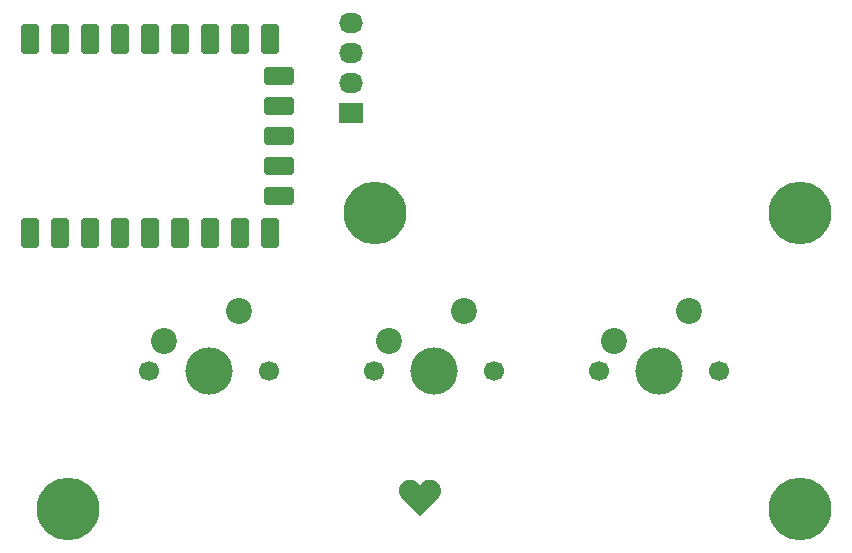
<source format=gts>
G04 #@! TF.GenerationSoftware,KiCad,Pcbnew,8.0.8-8.0.8-0~ubuntu22.04.1*
G04 #@! TF.CreationDate,2025-02-27T16:32:05+08:00*
G04 #@! TF.ProjectId,macropad,6d616372-6f70-4616-942e-6b696361645f,rev?*
G04 #@! TF.SameCoordinates,Original*
G04 #@! TF.FileFunction,Soldermask,Top*
G04 #@! TF.FilePolarity,Negative*
%FSLAX46Y46*%
G04 Gerber Fmt 4.6, Leading zero omitted, Abs format (unit mm)*
G04 Created by KiCad (PCBNEW 8.0.8-8.0.8-0~ubuntu22.04.1) date 2025-02-27 16:32:05*
%MOMM*%
%LPD*%
G01*
G04 APERTURE LIST*
G04 Aperture macros list*
%AMRoundRect*
0 Rectangle with rounded corners*
0 $1 Rounding radius*
0 $2 $3 $4 $5 $6 $7 $8 $9 X,Y pos of 4 corners*
0 Add a 4 corners polygon primitive as box body*
4,1,4,$2,$3,$4,$5,$6,$7,$8,$9,$2,$3,0*
0 Add four circle primitives for the rounded corners*
1,1,$1+$1,$2,$3*
1,1,$1+$1,$4,$5*
1,1,$1+$1,$6,$7*
1,1,$1+$1,$8,$9*
0 Add four rect primitives between the rounded corners*
20,1,$1+$1,$2,$3,$4,$5,0*
20,1,$1+$1,$4,$5,$6,$7,0*
20,1,$1+$1,$6,$7,$8,$9,0*
20,1,$1+$1,$8,$9,$2,$3,0*%
G04 Aperture macros list end*
%ADD10C,0.000000*%
%ADD11RoundRect,0.400000X0.400000X-0.900000X0.400000X0.900000X-0.400000X0.900000X-0.400000X-0.900000X0*%
%ADD12RoundRect,0.400050X0.400050X-0.899950X0.400050X0.899950X-0.400050X0.899950X-0.400050X-0.899950X0*%
%ADD13RoundRect,0.400000X0.900000X-0.400000X0.900000X0.400000X-0.900000X0.400000X-0.900000X-0.400000X0*%
%ADD14RoundRect,0.393700X0.906300X-0.393700X0.906300X0.393700X-0.906300X0.393700X-0.906300X-0.393700X0*%
%ADD15C,5.300000*%
%ADD16R,2.030000X1.730000*%
%ADD17O,2.030000X1.730000*%
%ADD18C,1.700000*%
%ADD19C,4.000000*%
%ADD20C,2.200000*%
G04 APERTURE END LIST*
D10*
G36*
X206663363Y-109546676D02*
G01*
X206686308Y-109547523D01*
X206709204Y-109548933D01*
X206732042Y-109550903D01*
X206754811Y-109553431D01*
X206777500Y-109556516D01*
X206800101Y-109560154D01*
X206822602Y-109564346D01*
X206844994Y-109569087D01*
X206867266Y-109574377D01*
X206889409Y-109580212D01*
X206911411Y-109586592D01*
X206933263Y-109593514D01*
X206954955Y-109600976D01*
X206976476Y-109608977D01*
X206997816Y-109617513D01*
X207018940Y-109626572D01*
X207039813Y-109636138D01*
X207060425Y-109646205D01*
X207080769Y-109656766D01*
X207100836Y-109667818D01*
X207120617Y-109679353D01*
X207140103Y-109691366D01*
X207159286Y-109703851D01*
X207178157Y-109716803D01*
X207196708Y-109730215D01*
X207214930Y-109744082D01*
X207232814Y-109758398D01*
X207250352Y-109773158D01*
X207267535Y-109788355D01*
X207284354Y-109803985D01*
X207300801Y-109820040D01*
X207316857Y-109836487D01*
X207332486Y-109853307D01*
X207347684Y-109870490D01*
X207362444Y-109888028D01*
X207376760Y-109905913D01*
X207390628Y-109924134D01*
X207404040Y-109942685D01*
X207416991Y-109961557D01*
X207429477Y-109980740D01*
X207441490Y-110000226D01*
X207453025Y-110020007D01*
X207464076Y-110040074D01*
X207474638Y-110060418D01*
X207484705Y-110081031D01*
X207494270Y-110101904D01*
X207503329Y-110123029D01*
X207511866Y-110144369D01*
X207519866Y-110165891D01*
X207527328Y-110187582D01*
X207534250Y-110209434D01*
X207540630Y-110231436D01*
X207546466Y-110253579D01*
X207551755Y-110275850D01*
X207556496Y-110298242D01*
X207560688Y-110320743D01*
X207564326Y-110343343D01*
X207567411Y-110366033D01*
X207569939Y-110388801D01*
X207571909Y-110411638D01*
X207573319Y-110434534D01*
X207574166Y-110457478D01*
X207574449Y-110480460D01*
X207574166Y-110503443D01*
X207573319Y-110526388D01*
X207571909Y-110549284D01*
X207569939Y-110572122D01*
X207567411Y-110594891D01*
X207564326Y-110617580D01*
X207560688Y-110640181D01*
X207556496Y-110662682D01*
X207551755Y-110685074D01*
X207546466Y-110707346D01*
X207540630Y-110729489D01*
X207534250Y-110751491D01*
X207527328Y-110773343D01*
X207519866Y-110795034D01*
X207511866Y-110816556D01*
X207503329Y-110837896D01*
X207494270Y-110859020D01*
X207484705Y-110879893D01*
X207474638Y-110900505D01*
X207464076Y-110920849D01*
X207453025Y-110940916D01*
X207441490Y-110960697D01*
X207429477Y-110980183D01*
X207416991Y-110999366D01*
X207404040Y-111018237D01*
X207390628Y-111036788D01*
X207376760Y-111055010D01*
X207362444Y-111072894D01*
X207347684Y-111090432D01*
X207332486Y-111107615D01*
X207316857Y-111124434D01*
X207300801Y-111140881D01*
X205800000Y-112641688D01*
X204299194Y-111140881D01*
X204267257Y-111107321D01*
X204237151Y-111072375D01*
X204208907Y-111036120D01*
X204182557Y-110998631D01*
X204158133Y-110959986D01*
X204135667Y-110920261D01*
X204115189Y-110879533D01*
X204096733Y-110837878D01*
X204080329Y-110795373D01*
X204066009Y-110752094D01*
X204053806Y-110708118D01*
X204043750Y-110663522D01*
X204035874Y-110618381D01*
X204030208Y-110572773D01*
X204026786Y-110526773D01*
X204025638Y-110480460D01*
X204026786Y-110434147D01*
X204030208Y-110388149D01*
X204035874Y-110342541D01*
X204043750Y-110297401D01*
X204053806Y-110252804D01*
X204066009Y-110208828D01*
X204080329Y-110165550D01*
X204096733Y-110123044D01*
X204115189Y-110081389D01*
X204135667Y-110040661D01*
X204158133Y-110000936D01*
X204182557Y-109962291D01*
X204208907Y-109924802D01*
X204237151Y-109888546D01*
X204267257Y-109853600D01*
X204299194Y-109820040D01*
X204332754Y-109788103D01*
X204367700Y-109757997D01*
X204403956Y-109729753D01*
X204441445Y-109703403D01*
X204480090Y-109678979D01*
X204519815Y-109656512D01*
X204560543Y-109636035D01*
X204602199Y-109617579D01*
X204644704Y-109601175D01*
X204687983Y-109586855D01*
X204731959Y-109574652D01*
X204776555Y-109564596D01*
X204821696Y-109556719D01*
X204867303Y-109551054D01*
X204913302Y-109547632D01*
X204959614Y-109546484D01*
X205005928Y-109547632D01*
X205051927Y-109551054D01*
X205097535Y-109556719D01*
X205142676Y-109564596D01*
X205187273Y-109574652D01*
X205231249Y-109586855D01*
X205274528Y-109601175D01*
X205317033Y-109617579D01*
X205358688Y-109636035D01*
X205399416Y-109656512D01*
X205439141Y-109678979D01*
X205477786Y-109703403D01*
X205515274Y-109729753D01*
X205551530Y-109757997D01*
X205586476Y-109788103D01*
X205620036Y-109820040D01*
X205800000Y-110000000D01*
X205979959Y-109820040D01*
X205996407Y-109803985D01*
X206013227Y-109788355D01*
X206030410Y-109773158D01*
X206047948Y-109758398D01*
X206065832Y-109744082D01*
X206084054Y-109730215D01*
X206102605Y-109716803D01*
X206121476Y-109703851D01*
X206140659Y-109691366D01*
X206160145Y-109679353D01*
X206179925Y-109667818D01*
X206199992Y-109656766D01*
X206220335Y-109646205D01*
X206240947Y-109636138D01*
X206261820Y-109626572D01*
X206282944Y-109617513D01*
X206304285Y-109608977D01*
X206325807Y-109600976D01*
X206347499Y-109593514D01*
X206369352Y-109586592D01*
X206391355Y-109580212D01*
X206413497Y-109574377D01*
X206435770Y-109569087D01*
X206458161Y-109564346D01*
X206480663Y-109560154D01*
X206503263Y-109556516D01*
X206525953Y-109553431D01*
X206548721Y-109550903D01*
X206571558Y-109548933D01*
X206594454Y-109547523D01*
X206617398Y-109546676D01*
X206640380Y-109546393D01*
X206663363Y-109546676D01*
G37*
D11*
X172765000Y-72240000D03*
X175305000Y-72240000D03*
X177845000Y-72240000D03*
X180385000Y-72240000D03*
X182925000Y-72240000D03*
D12*
X185465000Y-72240000D03*
X188005000Y-72240000D03*
X190545000Y-72240000D03*
X193085000Y-72240000D03*
D13*
X193895000Y-75380000D03*
D14*
X193895000Y-77920000D03*
X193895000Y-80460000D03*
X193895000Y-83000000D03*
X193895000Y-85540000D03*
D12*
X193085000Y-88680000D03*
X190545000Y-88680000D03*
X188005000Y-88680000D03*
X185465000Y-88680000D03*
X172765000Y-88680000D03*
X175305000Y-88680000D03*
X177845000Y-88680000D03*
X182925000Y-88680000D03*
X180385000Y-88680000D03*
D15*
X202000000Y-87000000D03*
D16*
X200000000Y-78540000D03*
D17*
X200000000Y-76000000D03*
X200000000Y-73460000D03*
X200000000Y-70920000D03*
D15*
X238000000Y-87000000D03*
D18*
X201930000Y-100330000D03*
D19*
X207010000Y-100330000D03*
D18*
X212090000Y-100330000D03*
D20*
X209550000Y-95250000D03*
X203200000Y-97790000D03*
D18*
X182880000Y-100330000D03*
D19*
X187960000Y-100330000D03*
D18*
X193040000Y-100330000D03*
D20*
X190500000Y-95250000D03*
X184150000Y-97790000D03*
D18*
X220980000Y-100330000D03*
D19*
X226060000Y-100330000D03*
D18*
X231140000Y-100330000D03*
D20*
X228600000Y-95250000D03*
X222250000Y-97790000D03*
D15*
X238000000Y-112000000D03*
X176000000Y-112000000D03*
M02*

</source>
